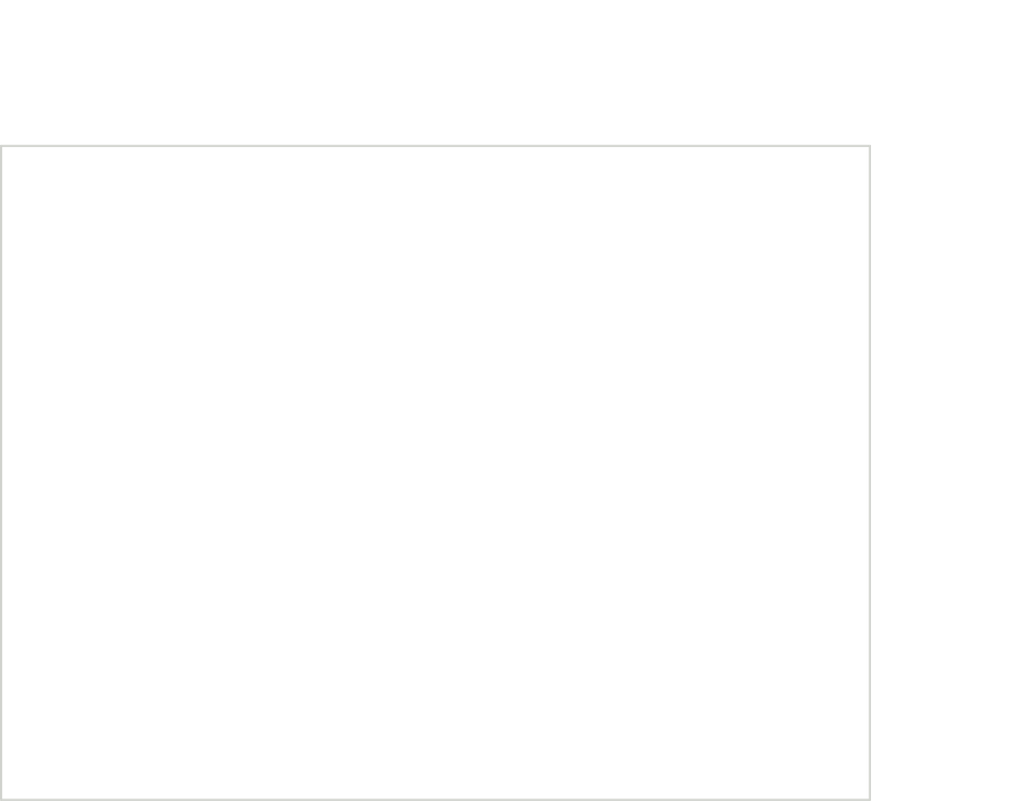
<source format=kicad_pcb>
(kicad_pcb (version 20221018) (generator pcbnew)

  (general
    (thickness 1.6)
  )

  (paper "A4")
  (layers
    (0 "F.Cu" signal)
    (31 "B.Cu" signal)
    (32 "B.Adhes" user "B.Adhesive")
    (33 "F.Adhes" user "F.Adhesive")
    (34 "B.Paste" user)
    (35 "F.Paste" user)
    (36 "B.SilkS" user "B.Silkscreen")
    (37 "F.SilkS" user "F.Silkscreen")
    (38 "B.Mask" user)
    (39 "F.Mask" user)
    (40 "Dwgs.User" user "User.Drawings")
    (41 "Cmts.User" user "User.Comments")
    (42 "Eco1.User" user "User.Eco1")
    (43 "Eco2.User" user "User.Eco2")
    (44 "Edge.Cuts" user)
    (45 "Margin" user)
    (46 "B.CrtYd" user "B.Courtyard")
    (47 "F.CrtYd" user "F.Courtyard")
    (48 "B.Fab" user)
    (49 "F.Fab" user)
  )

  (setup
    (pad_to_mask_clearance 0.051)
    (solder_mask_min_width 0.25)
    (pcbplotparams
      (layerselection 0x00010fc_ffffffff)
      (plot_on_all_layers_selection 0x0000000_00000000)
      (disableapertmacros false)
      (usegerberextensions false)
      (usegerberattributes false)
      (usegerberadvancedattributes false)
      (creategerberjobfile false)
      (dashed_line_dash_ratio 12.000000)
      (dashed_line_gap_ratio 3.000000)
      (svgprecision 4)
      (plotframeref false)
      (viasonmask false)
      (mode 1)
      (useauxorigin false)
      (hpglpennumber 1)
      (hpglpenspeed 20)
      (hpglpendiameter 15.000000)
      (dxfpolygonmode true)
      (dxfimperialunits true)
      (dxfusepcbnewfont true)
      (psnegative false)
      (psa4output false)
      (plotreference true)
      (plotvalue true)
      (plotinvisibletext false)
      (sketchpadsonfab false)
      (subtractmaskfromsilk false)
      (outputformat 1)
      (mirror false)
      (drillshape 1)
      (scaleselection 1)
      (outputdirectory "")
    )
  )

  (net 0 "")

  (gr_line (start 103.47 53.595) (end 136.925388 53.595)
    (stroke (width 0.2) (type solid)) (layer "Dwgs.User") (tstamp 01dc628e-86cc-4f96-a504-6165a17a06e4))
  (gr_line (start 181.47 63.595) (end 193.645 63.595)
    (stroke (width 0.2) (type solid)) (layer "Dwgs.User") (tstamp 046b9a1d-0314-4b20-9f42-fb8d281c5393))
  (gr_line (start 190.47 121.095) (end 190.47 96.902436)
    (stroke (width 0.2) (type solid)) (layer "Dwgs.User") (tstamp 2620ef2f-9d94-4c60-a7bf-dd09940522e6))
  (gr_line (start 181.47 123.095) (end 193.645 123.095)
    (stroke (width 0.2) (type solid)) (layer "Dwgs.User") (tstamp 68a82ab8-91cc-4357-9614-28edd6c2181b))
  (gr_line (start 180.47 62.595) (end 180.47 50.42)
    (stroke (width 0.2) (type solid)) (layer "Dwgs.User") (tstamp a133a2fc-a4d0-4751-aebc-27a578ae8003))
  (gr_line (start 178.47 53.595) (end 145.014611 53.595)
    (stroke (width 0.2) (type solid)) (layer "Dwgs.User") (tstamp ad22d457-f10d-43d5-a6e7-74ab8b703303))
  (gr_line (start 101.47 62.595) (end 101.47 50.42)
    (stroke (width 0.2) (type solid)) (layer "Dwgs.User") (tstamp e426aca4-dbb0-49b5-8cd8-e47370272353))
  (gr_line (start 190.47 65.595) (end 190.47 89.787565)
    (stroke (width 0.2) (type solid)) (layer "Dwgs.User") (tstamp f467b607-5b39-4935-af66-b8b523c795e5))
  (gr_line (start 101.47 63.595) (end 101.47 123.095001)
    (stroke (width 0.2) (type solid)) (layer "Edge.Cuts") (tstamp 4f4068e7-ac12-486a-b5d4-9ec971486994))
  (gr_line (start 180.47 123.095001) (end 180.47 63.595)
    (stroke (width 0.2) (type solid)) (layer "Edge.Cuts") (tstamp 7c1ec6b1-d22a-49e4-98a1-e4d09110ab37))
  (gr_line (start 101.47 123.095001) (end 180.47 123.095001)
    (stroke (width 0.2) (type solid)) (layer "Edge.Cuts") (tstamp 81d1536d-7a6d-4dfb-af47-83174010b997))
  (gr_line (start 180.47 63.595) (end 101.47 63.595)
    (stroke (width 0.2) (type solid)) (layer "Edge.Cuts") (tstamp dfbbadce-3ca4-4f29-bae5-85f5ccf1c948))
  (gr_text "[2.34]" (at 190.47 95.234462) (layer "Dwgs.User") (tstamp 536432ca-c38a-4528-b591-070d34499164)
    (effects (font (size 1.7 1.53) (thickness 0.2125)))
  )
  (gr_text " 79.00" (at 140.97 51.927026) (layer "Dwgs.User") (tstamp 80f5ca5f-55d9-4483-ae12-0bffd1d7df3e)
    (effects (font (size 1.7 1.53) (thickness 0.2125)))
  )
  (gr_text "[3.11]" (at 140.97 55.484462) (layer "Dwgs.User") (tstamp c206236f-1328-4b0d-a425-999a68741646)
    (effects (font (size 1.7 1.53) (thickness 0.2125)))
  )
  (gr_text " 59.50" (at 190.47 91.677026) (layer "Dwgs.User") (tstamp dbcf7541-688b-41ea-acbb-4ba9bb7382b1)
    (effects (font (size 1.7 1.53) (thickness 0.2125)))
  )

)

</source>
